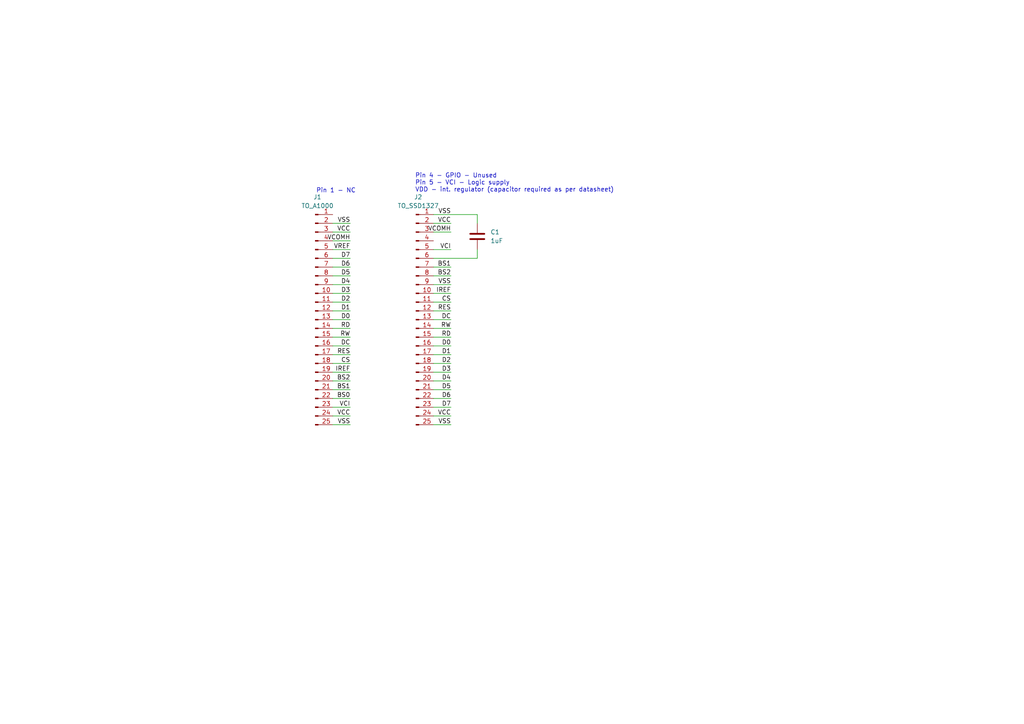
<source format=kicad_sch>
(kicad_sch (version 20250114) (generator "eeschema") (generator_version "9.0")
  (paper "A4")
  (title_block (title "NW-A1000 screen replacement") (rev "1") (company "asivery"))
  (lib_symbols
    (symbol "Connector:Conn_01x25_Pin" (pin_names (offset 1.016) (hide yes))
      (property "Reference" "J" (at 0 33.02 0))
      (property "Value" "Conn_01x25_Pin" (at 0 -33.02 0))
      (symbol "Conn_01x25_Pin_1_1"
        (rectangle (start 0.8636 30.607) (end 0 30.353) (stroke (width 0.1524)) (fill (type outline)))
        (rectangle (start 0.8636 28.067) (end 0 27.813) (stroke (width 0.1524)) (fill (type outline)))
        (rectangle (start 0.8636 25.527) (end 0 25.273) (stroke (width 0.1524)) (fill (type outline)))
        (rectangle (start 0.8636 22.987) (end 0 22.733) (stroke (width 0.1524)) (fill (type outline)))
        (rectangle (start 0.8636 20.447) (end 0 20.193) (stroke (width 0.1524)) (fill (type outline)))
        (rectangle (start 0.8636 17.907) (end 0 17.653) (stroke (width 0.1524)) (fill (type outline)))
        (rectangle (start 0.8636 15.367) (end 0 15.113) (stroke (width 0.1524)) (fill (type outline)))
        (rectangle (start 0.8636 12.827) (end 0 12.573) (stroke (width 0.1524)) (fill (type outline)))
        (rectangle (start 0.8636 10.287) (end 0 10.033) (stroke (width 0.1524)) (fill (type outline)))
        (rectangle (start 0.8636 7.747) (end 0 7.493) (stroke (width 0.1524)) (fill (type outline)))
        (rectangle (start 0.8636 5.207) (end 0 4.953) (stroke (width 0.1524)) (fill (type outline)))
        (rectangle (start 0.8636 2.667) (end 0 2.413) (stroke (width 0.1524)) (fill (type outline)))
        (rectangle (start 0.8636 0.127) (end 0 -0.127) (stroke (width 0.1524)) (fill (type outline)))
        (rectangle (start 0.8636 -2.413) (end 0 -2.667) (stroke (width 0.1524)) (fill (type outline)))
        (rectangle (start 0.8636 -4.953) (end 0 -5.207) (stroke (width 0.1524)) (fill (type outline)))
        (rectangle (start 0.8636 -7.493) (end 0 -7.747) (stroke (width 0.1524)) (fill (type outline)))
        (rectangle (start 0.8636 -10.033) (end 0 -10.287) (stroke (width 0.1524)) (fill (type outline)))
        (rectangle (start 0.8636 -12.573) (end 0 -12.827) (stroke (width 0.1524)) (fill (type outline)))
        (rectangle (start 0.8636 -15.113) (end 0 -15.367) (stroke (width 0.1524)) (fill (type outline)))
        (rectangle (start 0.8636 -17.653) (end 0 -17.907) (stroke (width 0.1524)) (fill (type outline)))
        (rectangle (start 0.8636 -20.193) (end 0 -20.447) (stroke (width 0.1524)) (fill (type outline)))
        (rectangle (start 0.8636 -22.733) (end 0 -22.987) (stroke (width 0.1524)) (fill (type outline)))
        (rectangle (start 0.8636 -25.273) (end 0 -25.527) (stroke (width 0.1524)) (fill (type outline)))
        (rectangle (start 0.8636 -27.813) (end 0 -28.067) (stroke (width 0.1524)) (fill (type outline)))
        (rectangle (start 0.8636 -30.353) (end 0 -30.607) (stroke (width 0.1524)) (fill (type outline)))
        (polyline (pts (xy 1.27 30.48) (xy 0.8636 30.48)) (stroke (width 0.1524)))
        (polyline (pts (xy 1.27 27.94) (xy 0.8636 27.94)) (stroke (width 0.1524)))
        (polyline (pts (xy 1.27 25.4) (xy 0.8636 25.4)) (stroke (width 0.1524)))
        (polyline (pts (xy 1.27 22.86) (xy 0.8636 22.86)) (stroke (width 0.1524)))
        (polyline (pts (xy 1.27 20.32) (xy 0.8636 20.32)) (stroke (width 0.1524)))
        (polyline (pts (xy 1.27 17.78) (xy 0.8636 17.78)) (stroke (width 0.1524)))
        (polyline (pts (xy 1.27 15.24) (xy 0.8636 15.24)) (stroke (width 0.1524)))
        (polyline (pts (xy 1.27 12.7) (xy 0.8636 12.7)) (stroke (width 0.1524)))
        (polyline (pts (xy 1.27 10.16) (xy 0.8636 10.16)) (stroke (width 0.1524)))
        (polyline (pts (xy 1.27 7.62) (xy 0.8636 7.62)) (stroke (width 0.1524)))
        (polyline (pts (xy 1.27 5.08) (xy 0.8636 5.08)) (stroke (width 0.1524)))
        (polyline (pts (xy 1.27 2.54) (xy 0.8636 2.54)) (stroke (width 0.1524)))
        (polyline (pts (xy 1.27 0) (xy 0.8636 0)) (stroke (width 0.1524)))
        (polyline (pts (xy 1.27 -2.54) (xy 0.8636 -2.54)) (stroke (width 0.1524)))
        (polyline (pts (xy 1.27 -5.08) (xy 0.8636 -5.08)) (stroke (width 0.1524)))
        (polyline (pts (xy 1.27 -7.62) (xy 0.8636 -7.62)) (stroke (width 0.1524)))
        (polyline (pts (xy 1.27 -10.16) (xy 0.8636 -10.16)) (stroke (width 0.1524)))
        (polyline (pts (xy 1.27 -12.7) (xy 0.8636 -12.7)) (stroke (width 0.1524)))
        (polyline (pts (xy 1.27 -15.24) (xy 0.8636 -15.24)) (stroke (width 0.1524)))
        (polyline (pts (xy 1.27 -17.78) (xy 0.8636 -17.78)) (stroke (width 0.1524)))
        (polyline (pts (xy 1.27 -20.32) (xy 0.8636 -20.32)) (stroke (width 0.1524)))
        (polyline (pts (xy 1.27 -22.86) (xy 0.8636 -22.86)) (stroke (width 0.1524)))
        (polyline (pts (xy 1.27 -25.4) (xy 0.8636 -25.4)) (stroke (width 0.1524)))
        (polyline (pts (xy 1.27 -27.94) (xy 0.8636 -27.94)) (stroke (width 0.1524)))
        (polyline (pts (xy 1.27 -30.48) (xy 0.8636 -30.48)) (stroke (width 0.1524)))
        (pin passive line (at 5.08 30.48 180) (length 3.81) (name "Pin_1") (number "1"))
        (pin passive line (at 5.08 27.94 180) (length 3.81) (name "Pin_2") (number "2"))
        (pin passive line (at 5.08 25.4 180) (length 3.81) (name "Pin_3") (number "3"))
        (pin passive line (at 5.08 22.86 180) (length 3.81) (name "Pin_4") (number "4"))
        (pin passive line (at 5.08 20.32 180) (length 3.81) (name "Pin_5") (number "5"))
        (pin passive line (at 5.08 17.78 180) (length 3.81) (name "Pin_6") (number "6"))
        (pin passive line (at 5.08 15.24 180) (length 3.81) (name "Pin_7") (number "7"))
        (pin passive line (at 5.08 12.7 180) (length 3.81) (name "Pin_8") (number "8"))
        (pin passive line (at 5.08 10.16 180) (length 3.81) (name "Pin_9") (number "9"))
        (pin passive line (at 5.08 7.62 180) (length 3.81) (name "Pin_10") (number "10"))
        (pin passive line (at 5.08 5.08 180) (length 3.81) (name "Pin_11") (number "11"))
        (pin passive line (at 5.08 2.54 180) (length 3.81) (name "Pin_12") (number "12"))
        (pin passive line (at 5.08 0 180) (length 3.81) (name "Pin_13") (number "13"))
        (pin passive line (at 5.08 -2.54 180) (length 3.81) (name "Pin_14") (number "14"))
        (pin passive line (at 5.08 -5.08 180) (length 3.81) (name "Pin_15") (number "15"))
        (pin passive line (at 5.08 -7.62 180) (length 3.81) (name "Pin_16") (number "16"))
        (pin passive line (at 5.08 -10.16 180) (length 3.81) (name "Pin_17") (number "17"))
        (pin passive line (at 5.08 -12.7 180) (length 3.81) (name "Pin_18") (number "18"))
        (pin passive line (at 5.08 -15.24 180) (length 3.81) (name "Pin_19") (number "19"))
        (pin passive line (at 5.08 -17.78 180) (length 3.81) (name "Pin_20") (number "20"))
        (pin passive line (at 5.08 -20.32 180) (length 3.81) (name "Pin_21") (number "21"))
        (pin passive line (at 5.08 -22.86 180) (length 3.81) (name "Pin_22") (number "22"))
        (pin passive line (at 5.08 -25.4 180) (length 3.81) (name "Pin_23") (number "23"))
        (pin passive line (at 5.08 -27.94 180) (length 3.81) (name "Pin_24") (number "24"))
        (pin passive line (at 5.08 -30.48 180) (length 3.81) (name "Pin_25") (number "25"))
      )
    )
    (symbol "Device:C" (pin_numbers (hide yes)) (pin_names (offset 0.254))
      (property "Reference" "C" (at 0.635 2.54 0))
      (property "Value" "C" (at 0.635 -2.54 0))
      (symbol "C_0_1"
        (polyline (pts (xy -2.032 0.762) (xy 2.032 0.762)) (stroke (width 0.508)))
        (polyline (pts (xy -2.032 -0.762) (xy 2.032 -0.762)) (stroke (width 0.508)))
      )
      (symbol "C_1_1"
        (pin passive line (at 0 3.81 270) (length 2.794) (name "~") (number "1"))
        (pin passive line (at 0 -3.81 90) (length 2.794) (name "~") (number "2"))
      )
    )
  )
  (text "Pin 4 - GPIO - Unused\nPin 5 - VCI - Logic supply\nVDD - int. regulator (capacitor required as per datasheet)" (at 120.396 53.086 0) (effects (font (size 1.27 1.27)) (justify left)))
  (text "Pin 1 - NC" (at 91.694 55.372 0) (effects (font (size 1.27 1.27)) (justify left)))
  (wire (pts (xy 96.52 87.63) (xy 101.6 87.63)))
  (wire (pts (xy 125.73 115.57) (xy 130.81 115.57)))
  (wire (pts (xy 125.73 110.49) (xy 130.81 110.49)))
  (wire (pts (xy 125.73 105.41) (xy 130.81 105.41)))
  (wire (pts (xy 96.52 102.87) (xy 101.6 102.87)))
  (wire (pts (xy 96.52 110.49) (xy 101.6 110.49)))
  (wire (pts (xy 96.52 72.39) (xy 101.6 72.39)))
  (wire (pts (xy 96.52 85.09) (xy 101.6 85.09)))
  (wire (pts (xy 96.52 67.31) (xy 101.6 67.31)))
  (wire (pts (xy 125.73 85.09) (xy 130.81 85.09)))
  (wire (pts (xy 125.73 120.65) (xy 130.81 120.65)))
  (wire (pts (xy 138.43 74.93) (xy 138.43 72.39)))
  (wire (pts (xy 125.73 80.01) (xy 130.81 80.01)))
  (wire (pts (xy 125.73 92.71) (xy 130.81 92.71)))
  (wire (pts (xy 125.73 113.03) (xy 130.81 113.03)))
  (wire (pts (xy 96.52 92.71) (xy 101.6 92.71)))
  (wire (pts (xy 125.73 72.39) (xy 130.81 72.39)))
  (wire (pts (xy 125.73 97.79) (xy 130.81 97.79)))
  (wire (pts (xy 96.52 69.85) (xy 101.6 69.85)))
  (wire (pts (xy 96.52 80.01) (xy 101.6 80.01)))
  (wire (pts (xy 96.52 77.47) (xy 101.6 77.47)))
  (wire (pts (xy 125.73 102.87) (xy 130.81 102.87)))
  (wire (pts (xy 125.73 123.19) (xy 130.81 123.19)))
  (wire (pts (xy 96.52 113.03) (xy 101.6 113.03)))
  (wire (pts (xy 125.73 90.17) (xy 130.81 90.17)))
  (wire (pts (xy 125.73 82.55) (xy 130.81 82.55)))
  (wire (pts (xy 125.73 74.93) (xy 138.43 74.93)))
  (wire (pts (xy 96.52 107.95) (xy 101.6 107.95)))
  (wire (pts (xy 125.73 77.47) (xy 130.81 77.47)))
  (wire (pts (xy 96.52 115.57) (xy 101.6 115.57)))
  (wire (pts (xy 125.73 118.11) (xy 130.81 118.11)))
  (wire (pts (xy 96.52 123.19) (xy 101.6 123.19)))
  (wire (pts (xy 125.73 64.77) (xy 130.81 64.77)))
  (wire (pts (xy 96.52 100.33) (xy 101.6 100.33)))
  (wire (pts (xy 96.52 82.55) (xy 101.6 82.55)))
  (wire (pts (xy 125.73 100.33) (xy 130.81 100.33)))
  (wire (pts (xy 96.52 74.93) (xy 101.6 74.93)))
  (wire (pts (xy 125.73 62.23) (xy 138.43 62.23)))
  (wire (pts (xy 96.52 118.11) (xy 101.6 118.11)))
  (wire (pts (xy 96.52 95.25) (xy 101.6 95.25)))
  (wire (pts (xy 96.52 64.77) (xy 101.6 64.77)))
  (wire (pts (xy 125.73 67.31) (xy 130.81 67.31)))
  (wire (pts (xy 125.73 87.63) (xy 130.81 87.63)))
  (wire (pts (xy 96.52 105.41) (xy 101.6 105.41)))
  (wire (pts (xy 138.43 62.23) (xy 138.43 64.77)))
  (wire (pts (xy 96.52 90.17) (xy 101.6 90.17)))
  (wire (pts (xy 96.52 97.79) (xy 101.6 97.79)))
  (wire (pts (xy 125.73 107.95) (xy 130.81 107.95)))
  (wire (pts (xy 125.73 95.25) (xy 130.81 95.25)))
  (wire (pts (xy 96.52 120.65) (xy 101.6 120.65)))
  (label "VSS" (at 130.81 82.55 180))
  (label "IREF" (at 101.6 107.95 180))
  (label "BS2" (at 101.6 110.49 180))
  (label "VCI" (at 130.81 72.39 180))
  (label "VSS" (at 101.6 64.77 180))
  (label "D2" (at 101.6 87.63 180))
  (label "BS1" (at 130.81 77.47 180))
  (label "BS1" (at 101.6 113.03 180))
  (label "BS0" (at 101.6 115.57 180))
  (label "D3" (at 130.81 107.95 180))
  (label "BS2" (at 130.81 80.01 180))
  (label "D1" (at 101.6 90.17 180))
  (label "VCOMH" (at 101.6 69.85 180))
  (label "D6" (at 130.81 115.57 180))
  (label "CS" (at 130.81 87.63 180))
  (label "D3" (at 101.6 85.09 180))
  (label "VCOMH" (at 130.81 67.31 180))
  (label "D4" (at 130.81 110.49 180))
  (label "D0" (at 101.6 92.71 180))
  (label "RW" (at 130.81 95.25 180))
  (label "RES" (at 101.6 102.87 180))
  (label "D4" (at 101.6 82.55 180))
  (label "VSS" (at 130.81 123.19 180))
  (label "D7" (at 101.6 74.93 180))
  (label "DC" (at 130.81 92.71 180))
  (label "VCC" (at 101.6 67.31 180))
  (label "VSS" (at 130.81 62.23 180))
  (label "D6" (at 101.6 77.47 180))
  (label "D0" (at 130.81 100.33 180))
  (label "RD" (at 101.6 95.25 180))
  (label "DC" (at 101.6 100.33 180))
  (label "RW" (at 101.6 97.79 180))
  (label "IREF" (at 130.81 85.09 180))
  (label "VCC" (at 130.81 120.65 180))
  (label "VREF" (at 101.6 72.39 180))
  (label "D1" (at 130.81 102.87 180))
  (label "CS" (at 101.6 105.41 180))
  (label "D7" (at 130.81 118.11 180))
  (label "D5" (at 101.6 80.01 180))
  (label "VCC" (at 130.81 64.77 180))
  (label "D5" (at 130.81 113.03 180))
  (label "RD" (at 130.81 97.79 180))
  (label "RES" (at 130.81 90.17 180))
  (label "D2" (at 130.81 105.41 180))
  (label "VCI" (at 101.6 118.11 180))
  (label "VCC" (at 101.6 120.65 180))
  (label "VSS" (at 101.6 123.19 180))
  (symbol (lib_id "Device:C") (at 138.43 68.58 0) (unit 1)
    (property "Reference" "C1" (at 142.24 67.3099 0) (effects (justify left)))
    (property "Value" "1uF" (at 142.24 69.8499 0) (effects (justify left)))
    (property "Footprint" "Capacitor_SMD:C_0402_1005Metric_Pad0.74x0.62mm_HandSolder" (effects (hide yes)))
    (property "Description" "Unpolarized capacitor" (effects (hide yes)))
  )
  (symbol (lib_id "Connector:Conn_01x25_Pin") (at 120.65 92.71 0) (unit 1)
    (property "Reference" "J2" (at 121.285 57.15 0))
    (property "Value" "TO_SSD1327" (at 121.285 59.69 0))
    (property "Footprint" "SSD_disp:SSD1327_ribbon" (effects (hide yes)))
    (property "Description" "Generic connector, single row, 01x25, script generated" (effects (hide yes)))
  )
  (symbol (lib_id "Connector:Conn_01x25_Pin") (at 91.44 92.71 0) (unit 1)
    (property "Reference" "J1" (at 92.075 57.15 0))
    (property "Value" "TO_A1000" (at 92.075 59.69 0))
    (property "Footprint" "SSD_disp:FFC25_0.3" (effects (hide yes)))
    (property "Description" "Generic connector, single row, 01x25, script generated" (effects (hide yes)))
  )
)
</source>
